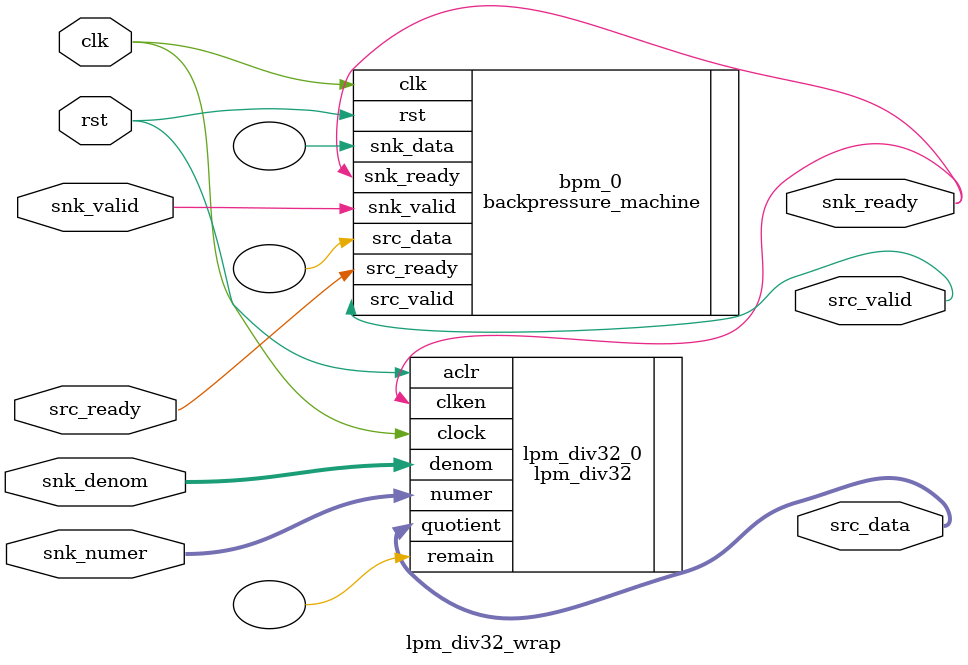
<source format=sv>
/*
	-------------------------------------------------------------------------------------
	The MIT License.
	Copyright © 2019 Andrei Kalshchikov /KalshchikovAA@gmail.com/.
	National Research University "Moscow Power Engineering Institute"
	
	Permission is hereby granted, free of charge, to any person obtaining a copy
	of this software and associated documentation files (the "Software"), to deal
	in the Software without restriction, including without limitation the rights
	to use, copy, modify, merge, publish, distribute, sublicense, and/or sell
	copies of the Software, and to permit persons to whom the Software is
	furnished to do so, subject to the following conditions:

	The above copyright notice and this permission notice shall be included in
	all copies or substantial portions of the Software.

	THE SOFTWARE IS PROVIDED "AS IS", WITHOUT WARRANTY OF ANY KIND, EXPRESS OR
	IMPLIED, INCLUDING BUT NOT LIMITED TO THE WARRANTIES OF MERCHANTABILITY,
	FITNESS FOR A PARTICULAR PURPOSE AND NONINFRINGEMENT. IN NO EVENT SHALL THE
	AUTHORS OR COPYRIGHT HOLDERS BE LIABLE FOR ANY CLAIM, DAMAGES OR OTHER
	LIABILITY, WHETHER IN AN ACTION OF CONTRACT, TORT OR OTHERWISE, ARISING FROM,
	OUT OF OR IN CONNECTION WITH THE SOFTWARE OR THE USE OR OTHER DEALINGS IN
	THE SOFTWARE.
	-------------------------------------------------------------------------------------
*/
module lpm_div32_wrap(
    input clk, rst,

    input snk_valid,
	input[31:0] snk_numer,
    input[15:0] snk_denom,
    output logic snk_ready,

    input src_ready,
    output logic src_valid,
    output logic[31:0] src_data
);
    lpm_div32 lpm_div32_0 (
        .aclr(rst),
	    .clken(snk_ready),
	    .clock(clk),
	    .denom(snk_denom),
	    .numer(snk_numer),
	    .quotient(src_data),
	    .remain()
    );

    backpressure_machine #(
        .LATENCY(32),
        .DATA_EN(0),
        .DATA_WIDTH(1)
    ) bpm_0 (
        .clk, .rst,

        .snk_valid, .snk_ready,
        .snk_data(),

        .src_valid, .src_ready,
        .src_data()
    );
endmodule : lpm_div32_wrap
</source>
